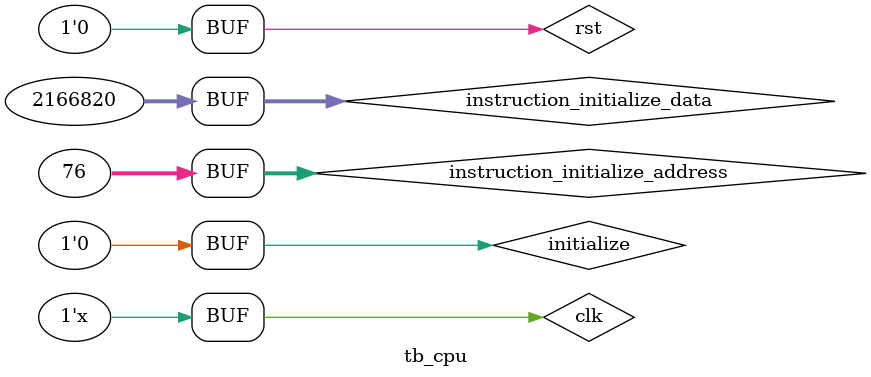
<source format=v>
`timescale 1ns / 1ns


module tb_cpu;

	// Inputs
	reg rst;
	reg clk;
	reg initialize;
	reg [31:0] instruction_initialize_data;
	reg [31:0] instruction_initialize_address;

	// Instantiate the Unit Under Test (UUT)
	cpu uut (
		.rst(rst), 
		.clk(clk), 
		.initialize(initialize), 
		.instruction_initialize_data(instruction_initialize_data), 
		.instruction_initialize_address(instruction_initialize_address)
	);

	initial begin
		// Initialize Inputs
		rst = 1;
		clk = 0;
		initialize = 1;
		instruction_initialize_data = 0;
		instruction_initialize_address = 0;

		#100
     
      
  
		instruction_initialize_address = 0;
		instruction_initialize_data = 32'b000000_00000_00010_00001_00000_10_0000;      // ADD R1, R0, R2
		#20
		instruction_initialize_address = 4;
		instruction_initialize_data = 32'b000000_00100_00100_01000_00000_10_0010;      // SUB R8, R4, R4
		#20
		instruction_initialize_address = 8;
		instruction_initialize_data = 32'b000000_00101_00110_00111_00000_10_0101;      // OR R7, R5, R6
		#20
		instruction_initialize_address = 12;
		instruction_initialize_data = 32'b101011_00000_01001_00000_00000_00_1100;      // SW R9, 12(R0)
		#20
		instruction_initialize_address = 16;
		instruction_initialize_data = 32'b100011_00000_01100_00000_00000_00_1100;      // LW R12, 12(R0)
		#20	
        instruction_initialize_address = 20;
		instruction_initialize_data = 32'b000100_00000_00001_00000_00000_00_0001;      // BEQ R0, R1, 1
		#20
		instruction_initialize_address = 24;
		instruction_initialize_data = 32'b000000_00101_00110_00111_00000_10_0101;      // OR R8, R4, R7
		#20
		instruction_initialize_address = 28;
		instruction_initialize_data = 32'b001000_00011_00001_00000_00000_01_0100;      // ADDI R1, R3, 20
		#20
		instruction_initialize_address = 32;
		instruction_initialize_data = 32'b001001_00001_00010_00000_00000_00_1010;      // SUBI R2, R1, 10
		#20
		instruction_initialize_address = 36;
		instruction_initialize_data = 32'b001101_00101_00101_00000_00000_00_0000;      // ORI R5, R5, 0
		#20
		instruction_initialize_address = 40;
		instruction_initialize_data = 32'b001100_00110_00110_11111_11111_11_1111;      // ANDI R6, R6, 16'b1111111111111111
		#20
		instruction_initialize_address = 44;
		instruction_initialize_data = 32'b100000_00110_00101_00000_00000_00_0000;      // MOV R5, R6
		#20
		instruction_initialize_address = 48;
		instruction_initialize_data = 32'b000000_00001_00001_00110_00000_10_0111;      // NOT R6, R1, R1
		#20
		instruction_initialize_address = 52;
		instruction_initialize_data = 32'b000000_00011_00010_01000_00000_10_1010;      // SLT R8, R3, R2
		#20	
        instruction_initialize_address = 56;
		instruction_initialize_data = 32'b000101_10001_10001_11111_11111_11_1111;      // BNE R17, R17, -1
		#20	
        instruction_initialize_address = 60;
		instruction_initialize_data = 32'b001010_00100_01000_00000_00000_11_0010;      // SLTI R8, R4, 50
		#20	
        instruction_initialize_address = 64;
		instruction_initialize_data = 32'b001111_00000_00010_11111_00000_00_0000;      // LUI R2, 63488
		#20	
        instruction_initialize_address = 68;
		instruction_initialize_data = 32'b000000_00100_00000_00000_00000_00_1000;      // JR R4
		#20	
        instruction_initialize_address = 72;
		instruction_initialize_data = 32'b000010_00000_00000_00000_00000_11_1100;      // J 60
		#20	
        instruction_initialize_address = 76;
		instruction_initialize_data = 32'b000000_00001_00001_00010_00000_10_0100;      // AND R2, R1, R1



        #50

		
		initialize = 0;
		rst = 0;
		
	end
      
always
#5 clk = ~clk;
endmodule


</source>
